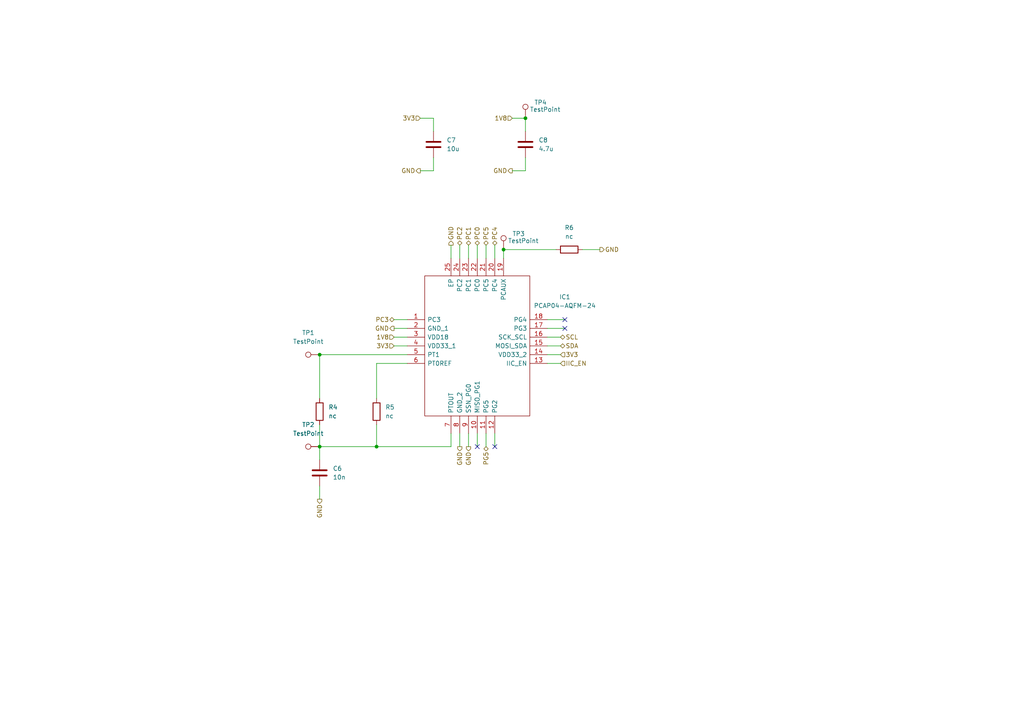
<source format=kicad_sch>
(kicad_sch (version 20211123) (generator eeschema)
  (paper "A4")
  (lib_symbols
    (symbol "Connector:TestPoint" (pin_numbers hide) (pin_names (offset 0.762) hide)
      (property "Reference" "TP" (at 0 6.858 0))
      (property "Value" "TestPoint" (at 0 5.08 0))
      (symbol "TestPoint_0_1"
        (circle (center 0 3.302) (radius 0.762))
      )
      (symbol "TestPoint_1_1"
        (pin passive line (at 0 0 90) (length 2.54) (name "1") (number "1"))
      )
    )
    (symbol "Device:C" (pin_numbers hide) (pin_names (offset 0.254))
      (property "Reference" "C" (at 0.635 2.54 0))
      (property "Value" "C" (at 0.635 -2.54 0))
      (symbol "C_0_1"
        (polyline (pts (xy -2.032 -0.762) (xy 2.032 -0.762)) (stroke (width 0.508)))
        (polyline (pts (xy -2.032 0.762) (xy 2.032 0.762)) (stroke (width 0.508)))
      )
      (symbol "C_1_1"
        (pin passive line (at 0 3.81 270) (length 2.794) (name "~") (number "1"))
        (pin passive line (at 0 -3.81 90) (length 2.794) (name "~") (number "2"))
      )
    )
    (symbol "Device:R" (pin_numbers hide) (pin_names (offset 0))
      (property "Reference" "R" (at 2.032 0 90))
      (property "Value" "R" (at 0 0 90))
      (symbol "R_0_1"
        (rectangle (start -1.016 -2.54) (end 1.016 2.54) (stroke (width 0.254)))
      )
      (symbol "R_1_1"
        (pin passive line (at 0 3.81 270) (length 1.27) (name "~") (number "1"))
        (pin passive line (at 0 -3.81 90) (length 1.27) (name "~") (number "2"))
      )
    )
    (symbol "SymbolLib:PCAP04-AQFM-24" (pin_names (offset 0.762))
      (property "Reference" "IC" (at 36.83 17.78 0))
      (property "Value" "PCAP04-AQFM-24" (at 36.83 15.24 0))
      (symbol "PCAP04-AQFM-24_0_0"
        (pin passive line (at 0 0 0) (length 5.08) (name "PC3") (number "1"))
        (pin passive line (at 20.32 -33.02 90) (length 5.08) (name "MISO_PG1") (number "10"))
        (pin passive line (at 22.86 -33.02 90) (length 5.08) (name "PG5") (number "11"))
        (pin passive line (at 25.4 -33.02 90) (length 5.08) (name "PG2") (number "12"))
        (pin passive line (at 40.64 -12.7 180) (length 5.08) (name "IIC_EN") (number "13"))
        (pin passive line (at 40.64 -10.16 180) (length 5.08) (name "VDD33_2") (number "14"))
        (pin passive line (at 40.64 -7.62 180) (length 5.08) (name "MOSI_SDA") (number "15"))
        (pin passive line (at 40.64 -5.08 180) (length 5.08) (name "SCK_SCL") (number "16"))
        (pin passive line (at 40.64 -2.54 180) (length 5.08) (name "PG3") (number "17"))
        (pin passive line (at 40.64 0 180) (length 5.08) (name "PG4") (number "18"))
        (pin passive line (at 27.94 17.78 270) (length 5.08) (name "PCAUX") (number "19"))
        (pin passive line (at 0 -2.54 0) (length 5.08) (name "GND_1") (number "2"))
        (pin passive line (at 25.4 17.78 270) (length 5.08) (name "PC4") (number "20"))
        (pin passive line (at 22.86 17.78 270) (length 5.08) (name "PC5") (number "21"))
        (pin passive line (at 20.32 17.78 270) (length 5.08) (name "PC0") (number "22"))
        (pin passive line (at 17.78 17.78 270) (length 5.08) (name "PC1") (number "23"))
        (pin passive line (at 15.24 17.78 270) (length 5.08) (name "PC2") (number "24"))
        (pin passive line (at 12.7 17.78 270) (length 5.08) (name "EP") (number "25"))
        (pin passive line (at 0 -5.08 0) (length 5.08) (name "VDD18") (number "3"))
        (pin passive line (at 0 -7.62 0) (length 5.08) (name "VDD33_1") (number "4"))
        (pin passive line (at 0 -10.16 0) (length 5.08) (name "PT1") (number "5"))
        (pin passive line (at 0 -12.7 0) (length 5.08) (name "PT0REF") (number "6"))
        (pin passive line (at 12.7 -33.02 90) (length 5.08) (name "PTOUT") (number "7"))
        (pin passive line (at 15.24 -33.02 90) (length 5.08) (name "GND_2") (number "8"))
        (pin passive line (at 17.78 -33.02 90) (length 5.08) (name "SSN_PG0") (number "9"))
      )
      (symbol "PCAP04-AQFM-24_0_1"
        (polyline (pts (xy 5.08 12.7) (xy 35.56 12.7) (xy 35.56 -27.94) (xy 5.08 -27.94) (xy 5.08 12.7)) (stroke (width 0.1524)))
      )
    )
  )
  (junction (at 146.05 72.39))
  (junction (at 109.22 129.54))
  (junction (at 152.4 34.29))
  (junction (at 92.71 102.87))
  (junction (at 92.71 129.54))
  (no_connect (at 163.83 95.25))
  (no_connect (at 163.83 92.71))
  (no_connect (at 138.43 129.54))
  (no_connect (at 143.51 129.54))
  (wire (pts (xy 92.71 133.35) (xy 92.71 129.54)))
  (wire (pts (xy 121.92 49.53) (xy 125.73 49.53)))
  (wire (pts (xy 121.92 34.29) (xy 125.73 34.29)))
  (wire (pts (xy 114.3 97.79) (xy 118.11 97.79)))
  (wire (pts (xy 140.97 125.73) (xy 140.97 129.54)))
  (wire (pts (xy 125.73 38.1) (xy 125.73 34.29)))
  (wire (pts (xy 92.71 129.54) (xy 92.71 123.19)))
  (wire (pts (xy 143.51 71.12) (xy 143.51 74.93)))
  (wire (pts (xy 109.22 123.19) (xy 109.22 129.54)))
  (wire (pts (xy 158.75 92.71) (xy 163.83 92.71)))
  (wire (pts (xy 152.4 38.1) (xy 152.4 34.29)))
  (wire (pts (xy 158.75 97.79) (xy 162.56 97.79)))
  (wire (pts (xy 158.75 100.33) (xy 162.56 100.33)))
  (wire (pts (xy 148.59 34.29) (xy 152.4 34.29)))
  (wire (pts (xy 158.75 102.87) (xy 162.56 102.87)))
  (wire (pts (xy 148.59 49.53) (xy 152.4 49.53)))
  (wire (pts (xy 114.3 100.33) (xy 118.11 100.33)))
  (wire (pts (xy 125.73 45.72) (xy 125.73 49.53)))
  (wire (pts (xy 92.71 129.54) (xy 109.22 129.54)))
  (wire (pts (xy 143.51 125.73) (xy 143.51 129.54)))
  (wire (pts (xy 135.89 71.12) (xy 135.89 74.93)))
  (wire (pts (xy 114.3 92.71) (xy 118.11 92.71)))
  (wire (pts (xy 114.3 95.25) (xy 118.11 95.25)))
  (wire (pts (xy 140.97 71.12) (xy 140.97 74.93)))
  (wire (pts (xy 109.22 129.54) (xy 130.81 129.54)))
  (wire (pts (xy 146.05 74.93) (xy 146.05 72.39)))
  (wire (pts (xy 138.43 71.12) (xy 138.43 74.93)))
  (wire (pts (xy 130.81 129.54) (xy 130.81 125.73)))
  (wire (pts (xy 133.35 125.73) (xy 133.35 129.54)))
  (wire (pts (xy 133.35 71.12) (xy 133.35 74.93)))
  (wire (pts (xy 158.75 105.41) (xy 162.56 105.41)))
  (wire (pts (xy 138.43 125.73) (xy 138.43 129.54)))
  (wire (pts (xy 92.71 102.87) (xy 118.11 102.87)))
  (wire (pts (xy 109.22 105.41) (xy 118.11 105.41)))
  (wire (pts (xy 92.71 140.97) (xy 92.71 144.78)))
  (wire (pts (xy 92.71 115.57) (xy 92.71 102.87)))
  (wire (pts (xy 135.89 125.73) (xy 135.89 129.54)))
  (wire (pts (xy 168.91 72.39) (xy 173.99 72.39)))
  (wire (pts (xy 130.81 71.12) (xy 130.81 74.93)))
  (wire (pts (xy 109.22 115.57) (xy 109.22 105.41)))
  (wire (pts (xy 152.4 45.72) (xy 152.4 49.53)))
  (wire (pts (xy 146.05 72.39) (xy 161.29 72.39)))
  (wire (pts (xy 158.75 95.25) (xy 163.83 95.25)))
  (hierarchical_label "SCL" (shape bidirectional) (at 162.56 97.79 0))
  (hierarchical_label "PC0" (shape bidirectional) (at 138.43 71.12 90))
  (hierarchical_label "1V8" (shape input) (at 148.59 34.29 180))
  (hierarchical_label "IIC_EN" (shape input) (at 162.56 105.41 0))
  (hierarchical_label "GND" (shape output) (at 130.81 71.12 90))
  (hierarchical_label "GND" (shape output) (at 114.3 95.25 180))
  (hierarchical_label "GND" (shape output) (at 92.71 144.78 270))
  (hierarchical_label "PC5" (shape bidirectional) (at 140.97 71.12 90))
  (hierarchical_label "3V3" (shape input) (at 121.92 34.29 180))
  (hierarchical_label "PC2" (shape bidirectional) (at 133.35 71.12 90))
  (hierarchical_label "GND" (shape output) (at 135.89 129.54 270))
  (hierarchical_label "GND" (shape output) (at 121.92 49.53 180))
  (hierarchical_label "GND" (shape output) (at 173.99 72.39 0))
  (hierarchical_label "3V3" (shape input) (at 114.3 100.33 180))
  (hierarchical_label "SDA" (shape bidirectional) (at 162.56 100.33 0))
  (hierarchical_label "1V8" (shape input) (at 114.3 97.79 180))
  (hierarchical_label "GND" (shape output) (at 133.35 129.54 270))
  (hierarchical_label "3V3" (shape input) (at 162.56 102.87 0))
  (hierarchical_label "GND" (shape output) (at 148.59 49.53 180))
  (hierarchical_label "PG5" (shape bidirectional) (at 140.97 129.54 270))
  (hierarchical_label "PC1" (shape bidirectional) (at 135.89 71.12 90))
  (hierarchical_label "PC3" (shape bidirectional) (at 114.3 92.71 180))
  (hierarchical_label "PC4" (shape bidirectional) (at 143.51 71.12 90))
  (symbol (lib_id "Connector:TestPoint") (at 146.05 72.39 0) (unit 1)
    (property "Reference" "TP3" (at 148.59 67.8179 0) (effects (justify left)))
    (property "Value" "TestPoint" (at 147.32 69.85 0) (effects (justify left)))
    (property "Footprint" "TestPoint:TestPoint_Pad_D1.0mm" (effects hide))
  )
  (symbol (lib_id "Device:C") (at 125.73 41.91 0) (unit 1)
    (property "Reference" "C7" (at 129.54 40.6399 0) (effects (justify left)))
    (property "Value" "10u" (at 129.54 43.1799 0) (effects (justify left)))
    (property "Footprint" "Capacitor_SMD:C_0603_1608Metric_Pad1.08x0.95mm_HandSolder" (effects hide))
  )
  (symbol (lib_id "Device:R") (at 109.22 119.38 0) (unit 1)
    (property "Reference" "R5" (at 111.76 118.1099 0) (effects (justify left)))
    (property "Value" "nc" (at 111.76 120.6499 0) (effects (justify left)))
    (property "Footprint" "Resistor_SMD:R_0603_1608Metric_Pad0.98x0.95mm_HandSolder" (effects hide))
  )
  (symbol (lib_id "Device:C") (at 92.71 137.16 0) (unit 1)
    (property "Reference" "C6" (at 96.52 135.8899 0) (effects (justify left)))
    (property "Value" "10n" (at 96.52 138.4299 0) (effects (justify left)))
    (property "Footprint" "Capacitor_SMD:C_0603_1608Metric_Pad1.08x0.95mm_HandSolder" (effects hide))
  )
  (symbol (lib_id "Device:R") (at 92.71 119.38 0) (unit 1)
    (property "Reference" "R4" (at 95.25 118.1099 0) (effects (justify left)))
    (property "Value" "nc" (at 95.25 120.6499 0) (effects (justify left)))
    (property "Footprint" "Resistor_SMD:R_0603_1608Metric_Pad0.98x0.95mm_HandSolder" (effects hide))
  )
  (symbol (lib_id "SymbolLib:PCAP04-AQFM-24") (at 118.11 92.71 0) (unit 1)
    (property "Reference" "IC1" (at 163.83 86.1312 0))
    (property "Value" "PCAP04-AQFM-24" (at 163.83 88.6712 0))
    (property "Footprint" "FootrpintLib:PCAP04AQFM24" (effects hide))
    (property "Datasheet" "https://nl.mouser.com/datasheet/2/1081/PCap04_Datasheet-2325310.pdf" (effects hide))
    (property "Description" "Data Acquisition ADCs/DACs - Specialised PCAP04-AQFM-24 QFN24 LF T&RDP" (effects hide))
    (property "Height" "1" (effects hide))
    (property "Mouser Part Number" "985-PCAP04-AQFM-24" (effects hide))
    (property "Mouser Price/Stock" "https://nl.mouser.com/ProductDetail/ScioSense/PCAP04-AQFM-24?qs=%252BEew9%252B0nqrABj8vVM%2FUqRw%3D%3D" (effects hide))
    (property "Manufacturer_Name" "ScioSense" (effects hide))
    (property "Manufacturer_Part_Number" "PCAP04-BQFM-24" (effects hide))
  )
  (symbol (lib_id "Device:C") (at 152.4 41.91 0) (unit 1)
    (property "Reference" "C8" (at 156.21 40.6399 0) (effects (justify left)))
    (property "Value" "4.7u" (at 156.21 43.1799 0) (effects (justify left)))
    (property "Footprint" "Capacitor_SMD:C_0603_1608Metric_Pad1.08x0.95mm_HandSolder" (effects hide))
  )
  (symbol (lib_id "Connector:TestPoint") (at 92.71 129.54 90) (unit 1)
    (property "Reference" "TP2" (at 89.408 123.19 90))
    (property "Value" "TestPoint" (at 89.408 125.73 90))
    (property "Footprint" "TestPoint:TestPoint_Pad_D1.0mm" (effects hide))
  )
  (symbol (lib_id "Connector:TestPoint") (at 92.71 102.87 90) (unit 1)
    (property "Reference" "TP1" (at 89.408 96.52 90))
    (property "Value" "TestPoint" (at 89.408 99.06 90))
    (property "Footprint" "TestPoint:TestPoint_Pad_D1.0mm" (effects hide))
  )
  (symbol (lib_id "Device:R") (at 165.1 72.39 90) (unit 1)
    (property "Reference" "R6" (at 165.1 66.04 90))
    (property "Value" "nc" (at 165.1 68.58 90))
    (property "Footprint" "Resistor_SMD:R_0603_1608Metric_Pad0.98x0.95mm_HandSolder" (effects hide))
  )
  (symbol (lib_id "Connector:TestPoint") (at 152.4 34.29 0) (unit 1)
    (property "Reference" "TP4" (at 154.94 29.7179 0) (effects (justify left)))
    (property "Value" "TestPoint" (at 153.67 31.75 0) (effects (justify left)))
    (property "Footprint" "TestPoint:TestPoint_Pad_D1.0mm" (effects hide))
  )
)
</source>
